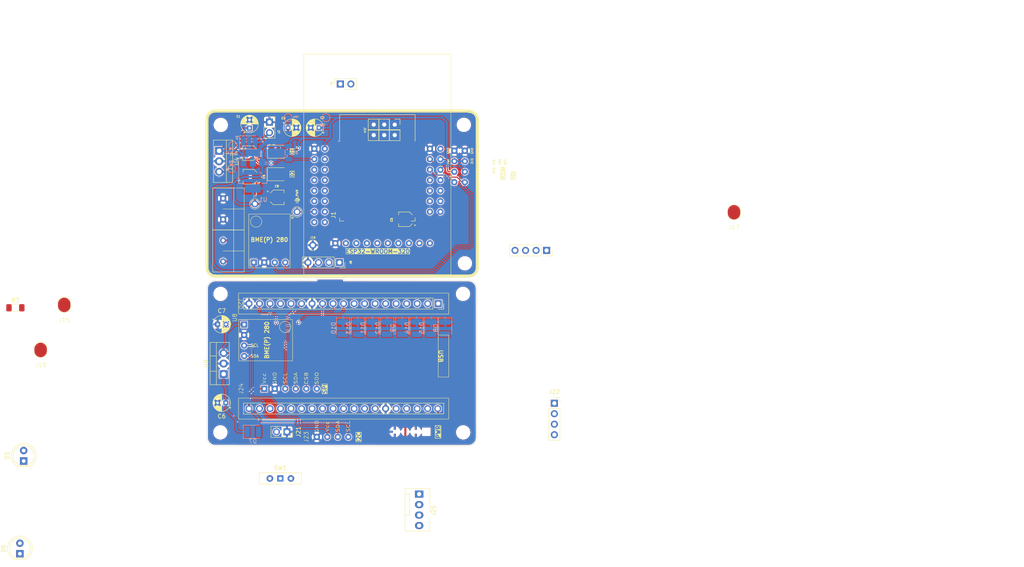
<source format=kicad_pcb>
(kicad_pcb (version 20240108) (generator "pcbnew") (generator_version "8.0")
  (layers (0 "F.Cu" signal) (31 "B.Cu" signal) (34 "B.Paste" user) (35 "F.Paste" user) (36 "B.SilkS" user "B.Silkscreen") (37 "F.SilkS" user "F.Silkscreen") (38 "B.Mask" user) (39 "F.Mask" user) (44 "Edge.Cuts" user))
  (net 0 "")
  (net 1 "GND")
  (net 2 "+3V3")
  (net 3 "+5V")
  (net 4 "/RXD")
  (net 5 "/TXD")
  (net 6 "/SDA")
  (net 7 "/GPIO_33")
  (net 8 "/SCL")
  (net 9 "/OUT3")
  (net 10 "/EN")
  (net 11 "/SOURCE2")
  (net 12 "/SOURCE1")
  (net 13 "/SOURCE3")
  (net 14 "/VDC")
  (net 15 "/DAC1")
  (net 16 "/DAC2")
  (net 17 "/GPIO39")
  (net 18 "/GPIO19")
  (net 19 "/GPIO17")
  (net 20 "/GPIO5")
  (net 21 "/GPIO18")
  (net 22 "/SD_DATA0")
  (net 23 "/ADC2_CH3")
  (net 24 "/SD_DATA3")
  (net 25 "/SD_CMD")
  (net 26 "/SD_CLK")
  (net 27 "/SD_DATA2")
  (net 28 "/SD_DATA1")
  (net 29 "/ADC2_CH0")
  (net 30 "/GPIO23")
  (net 31 "/GPIO36")
  (net 32 "/ADC2_CH2")
  (net 33 "/BOOT")
  (net 34 "/GPIO13")
  (net 35 "/SOURCE4")
  (net 36 "/SOURCE5")
  (net 37 "/SIPO_DATA")
  (net 38 "/SIPO_CLK")
  (net 39 "/SIPO_LATCH")
  (net 40 "/GPIO14")
  (net 41 "/OUT1")
  (net 42 "/VIN")
  (net 43 "Net-(D5-Pad1)")
  (net 44 "Net-(J15-Pin_1)")
  (net 45 "Net-(J19-Pin_1)")
  (net 46 "/OUT2")
  (net 58 "/ESP32-WROOM-32U Node/VIN")
  (net 63 "/ESP32-WROOM-32U Node/VDC")
  (net 74 "/ESP32-WROOM-32U Node/SPI-SDO")
  (net 75 "/ESP32-WROOM-32U Node/TX")
  (net 76 "/QB-2")
  (net 77 "/QC-2")
  (net 78 "/QE-2")
  (net 79 "/QA-2")
  (net 80 "/QD-2")
  (net 81 "/QG-2")
  (net 82 "/QH-2")
  (net 83 "/QF-2")
  (net 84 "/ESP32-WROOM-32U Node/SDA-2")
  (net 85 "/ESP32-WROOM-32U Node/SPI-CSB")
  (net 86 "/ESP32-WROOM-32U Node/SPI-SCL")
  (net 87 "/ESP32-WROOM-32U Node/3V3")
  (net 88 "/ESP32-WROOM-32U Node/SCL-2")
  (net 89 "/ESP32-WROOM-32U Node/RX")
  (net 90 "Net-(J21-Pin_2)")
  (net 92 "/ESP32-WROOM-32U Node/SPI-SDA")
  (net 94 "/ESP32-WROOM-32U Node/12V")
  (footprint "Capacitor_THT:CP_Radial_D4.0mm_P2.00mm" (layer "F.Cu") (at 107 44.2 180)
    (property "Reference" "C2")
    (property "Value" "1uF")
  )
  (footprint "LED_SMD:LED_1210_3225Metric_Pad1.42x2.65mm_HandSolder" (layer "F.Cu") (at 97 55.45)
    (property "Reference" "D2")
    (property "Value" "STATUS")
  )
  (footprint "Capacitor_SMD:CP_Elec_3x5.3" (layer "F.Cu") (at 90.3 50.35 180)
    (property "Reference" "C4")
    (property "Value" "0.1uF")
  )
  (footprint "Resistor_SMD:R_1206_3216Metric_Pad1.30x1.75mm_HandSolder" (layer "F.Cu") (at 33.612 87.7585)
    (property "Reference" "R7")
    (property "Value" "4K7")
  )
  (footprint "LED_THT:LED_D5.0mm" (layer "F.Cu") (at 34.7 147.25 90)
    (property "Reference" "D6")
    (property "Value" "LED_STATUS")
  )
  (footprint "Button_Switch_THT:SW_Slide-03_Wuerth-WS-SLTV_10x2.5x6.4_P2.54mm" (layer "F.Cu") (at 97.66 129.05)
    (property "Reference" "SW1")
    (property "Value" "SW_SPDT")
  )
  (footprint "Connector_PinSocket_2.54mm:PinSocket_1x04_P2.54mm_Vertical" (layer "F.Cu") (at 163.88 110.85)
    (property "Reference" "J22")
    (property "Value" "PWR_SATA_Conn_01x04")
  )
  (footprint "Alexander Footprint Library:Pad_1x01_P2.54_SMD" (layer "F.Cu") (at 39.712 102.098)
    (property "Reference" "J19")
    (property "Value" "LED_PWR")
  )
  (footprint "Alexanddr Footprints Library:ESP32-WROOM-Adapter-Socket-2" (layer "F.Cu") (at 121.1 56.9025)
    (property "Reference" "J1")
    (property "Value" "~")
  )
  (footprint "Alexander Footprint Library:Pad_1x01_P2.54_SMD" (layer "F.Cu") (at 45.412 91.198)
    (property "Reference" "J15")
    (property "Value" "LED_PWR")
  )
  (footprint "MountingHole:MountingHole_3mm" (layer "F.Cu") (at 142 43.5)
    (property "Reference" "H1" (hide yes))
    (property "Value" "MountingHole_Pad")
  )
  (footprint "Connector_PinSocket_2.54mm:PinSocket_1x02_P2.54mm_Vertical" (layer "F.Cu") (at 99.25 117.775 -90)
    (property "Reference" "J21")
    (property "Value" "PWR")
  )
  (footprint "MountingHole:MountingHole_3mm" (layer "F.Cu") (at 83.25 43.53)
    (property "Reference" "H2" (hide yes))
    (property "Value" "MountingHole_Pad")
  )
  (footprint "Alexander Footprints Library:Conn_Terminal_5mm" (layer "F.Cu") (at 83.82 53.69)
    (property "Reference" "J9" (hide yes))
    (property "Value" "Conn_01x02_Socket")
  )
  (footprint "Alexander Footprint Library:Pad_1x01_P2.54_SMD" (layer "F.Cu") (at 207.3 68.7895)
    (property "Reference" "J17")
    (property "Value" "GND")
  )
  (footprint "MountingHole:MountingHole_3mm" (layer "F.Cu") (at 141.85 117.9)
    (property "Reference" "H4" (hide yes))
    (property "Value" "MountingHole_Pad")
  )
  (footprint "Capacitor_THT:CP_Radial_D4.0mm_P2.00mm" (layer "F.Cu") (at 82.5 91.75)
    (property "Reference" "C7")
    (property "Value" "1uF")
  )
  (footprint "Connector:FanPinHeader_1x04_P2.54mm_Vertical" (layer "F.Cu") (at 131.2 132.83 -90)
    (property "Reference" "J25")
    (property "Value" "Conn_01x04_Pin")
  )
  (footprint "Capacitor_SMD:CP_Elec_3x5.3" (layer "F.Cu") (at 90.4 56.05 180)
    (property "Reference" "C9")
    (property "Value" "0.1uF")
  )
  (footprint "Alexander Footprint Library:PinSocket_1x01_P2.54" (layer "F.Cu") (at 91.5 65.19)
    (property "Reference" "J7")
    (property "Value" "LED_PWR")
  )
  (footprint "Alexander Footprint Library:Conn_SPI" (layer "F.Cu") (at 88.68 107.35 90)
    (property "Reference" "J24")
    (property "Value" "~")
  )
  (footprint "Connector_PinSocket_2.54mm:PinSocket_1x02_P2.54mm_Vertical" (layer "F.Cu") (at 95.025 42.85)
    (property "Reference" "J2")
    (property "Value" "PWR")
  )
  (footprint "Connector_PinSocket_2.54mm:PinSocket_1x04_P2.54mm_Vertical" (layer "F.Cu") (at 111.94 76.8 -90)
    (property "Reference" "J6")
    (property "Value" "SOURCE")
  )
  (footprint "MountingHole:MountingHole_3mm" (layer "F.Cu") (at 83.15 117.9)
    (property "Reference" "H4" (hide yes))
    (property "Value" "MountingHole_Pad")
  )
  (footprint "Connector_PinSocket_2.54mm:PinSocket_1x04_P2.54mm_Vertical" (layer "F.Cu") (at 162 73.875 -90)
    (property "Reference" "J10" (hide yes))
    (property "Value" "ADC")
  )
  (footprint "Capacitor_SMD:CP_Elec_3x5.3" (layer "F.Cu") (at 128 66.35 180)
    (property "Reference" "C5")
    (property "Value" "0.1uF")
  )
  (footprint "MountingHole:MountingHole_3mm" (layer "F.Cu") (at 141.8 84.4)
    (property "Reference" "H4" (hide yes))
    (property "Value" "MountingHole_Pad")
  )
  (footprint "Capacitor_THT:CP_Radial_D4.0mm_P2.00mm" (layer "F.Cu") (at 99.5 44.2)
    (property "Reference" "C3")
    (property "Value" "1uF")
  )
  (footprint "Alexander Footprint Library:Conn_ESP32_WROOM-DevKit-38pins" (layer "F.Cu") (at 87.54 86.75 -90)
    (property "Reference" "J20")
    (property "Value" "~")
  )
  (footprint "Capacitor_SMD:CP_Elec_3x5.3" (layer "F.Cu") (at 96.8 61.05)
    (property "Reference" "C8")
    (property "Value" "10uF")
  )
  (footprint "Alexander Footprint Library:LD1117" (layer "F.Cu") (at 83.945 103.79 90)
    (property "Reference" "U9")
    (property "Value" "L7805")
  )
  (footprint "Alexander Footprint Library:PinSocket_1x01_P2.54" (layer "F.Cu") (at 101.7 67.12)
    (property "Reference" "J18")
    (property "Value" "LED_PWR")
  )
  (footprint "Alexander Footprint Library:Conn_I2C" (layer "F.Cu") (at 98.84 119 90)
    (property "Reference" "J23")
    (property "Value" "I2C")
  )
  (footprint "Capacitor_THT:CP_Radial_D4.0mm_P2.00mm" (layer "F.Cu") (at 84.4726 110.75 180)
    (property "Reference" "C6")
    (property "Value" "1uF")
  )
  (footprint "MountingHole:MountingHole_3mm" (layer "F.Cu") (at 83.2 84.4)
    (property "Reference" "H4" (hide yes))
    (property "Value" "MountingHole_Pad")
  )
  (footprint "Connector_PinSocket_2.54mm:PinSocket_1x02_P2.54mm_Vertical" (layer "F.Cu") (at 112.15 33.625 90)
    (property "Reference" "J5")
    (property "Value" "DAC")
  )
  (footprint "Alexander Footprint Library:CONN_2x3" (layer "F.Cu") (at 130.38 43.45 -90)
    (property "Reference" "J14")
    (property "Value" "GPIO")
  )
  (footprint "Alexander Footprints Library:Conn_UART" (layer "F.Cu") (at 139.7 42.15)
    (property "Reference" "J3" (hide yes))
    (property "Value" "UART")
  )
  (footprint "Alexander Footprint Library:PinSocket_1x01_P2.54" (layer "F.Cu") (at 105.5 75.19)
    (property "Reference" "J16")
    (property "Value" "GND")
  )
  (footprint "Capacitor_THT:CP_Radial_D4.0mm_P2.00mm" (layer "F.Cu") (at 90.2 44.3 90)
    (property "Reference" "C1")
    (property "Value" "1uF")
  )
  (footprint "Alexander Footprint Library:BME280_BMP280_I2C" (layer "F.Cu") (at 90 78.1 90)
    (property "Reference" "U7")
    (property "Value" "BME(P)280")
  )
  (footprint "Alexander Footprint Library:LD1117" (layer "F.Cu") (at 82.855 49.77 -90)
    (property "Reference" "U4")
    (property "Value" "L7805")
  )
  (footprint "Alexander Footprints Library:Conn_I2C" (layer "F.Cu") (at 142.24 42.15)
    (property "Reference" "J4" (hide yes))
    (property "Value" "I2C")
  )
  (footprint "LED_THT:LED_D5.0mm" (layer "F.Cu") (at 35.612 124.8335 90)
    (property "Reference" "D5")
    (property "Value" "LED_PWR")
  )
  (footprint "Alexander Footprint Library:BME280_BMP280_I2C" (layer "F.Cu") (at 87.6 90.59)
    (property "Reference" "U8")
    (property "Value" "BME(P)280")
  )
  (footprint "LED_SMD:LED_1210_3225Metric_Pad1.42x2.65mm_HandSolder" (layer "F.Cu") (at 97 50)
    (property "Reference" "D1")
    (property "Value" "PWR")
  )
  (footprint "MountingHole:MountingHole_3mm" (layer "F.Cu") (at 142.25 77)
    (property "Reference" "H4" (hide yes))
    (property "Value" "MountingHole_Pad")
  )
  (footprint "Alexander Footprints Library:Conn_Terminal_5mm" (layer "F.Cu") (at 83.82 63.85)
    (property "Reference" "J8" (hide yes))
    (property "Value" "Conn_01x02_Socket")
  )
  (footprint "TestPoint:TestPoint_Pad_D1.5mm" (layer "B.Cu") (at 99.5 41.75 180)
    (property "Reference" "TP4")
    (property "Value" "5V")
  )
  (footprint "LED_SMD:LED_1210_3225Metric_Pad1.42x2.65mm_HandSolder" (layer "B.Cu") (at 127.1 92.65 -90)
    (property "Reference" "D9")
    (property "Value" "PWR")
  )
  (footprint "TestPoint:TestPoint_Pad_D1.5mm" (layer "B.Cu") (at 108.7 41.75 180)
    (property "Reference" "TP3")
    (property "Value" "3V3")
  )
  (footprint "LED_SMD:LED_1210_3225Metric_Pad1.42x2.65mm_HandSolder" (layer "B.Cu") (at 119.9 92.65 -90)
    (property "Reference" "D11")
    (property "Value" "PWR")
  )
  (footprint "Diode_SMD:D_1210_3225Metric" (layer "B.Cu") (at 91 117.75)
    (property "Reference" "D7")
    (property "Value" "D")
  )
  (footprint "LED_SMD:LED_1210_3225Metric_Pad1.42x2.65mm_HandSolder" (layer "B.Cu") (at 134.1 92.65 -90)
    (property "Reference" "D15")
    (property "Value" "PWR")
  )
  (footprint "Resistor_SMD:R_1206_3216Metric_Pad1.30x1.75mm_HandSolder" (layer "B.Cu") (at 99.7 50.25 -90)
    (property "Reference" "R1")
    (property "Value" "10K")
  )
  (footprint "Diode_SMD:D_1210_3225Metric" (layer "B.Cu") (at 90.1 47.75)
    (property "Reference" "D4")
    (property "Value" "D")
  )
  (footprint "LED_SMD:LED_1210_3225Metric_Pad1.42x2.65mm_HandSolder" (layer "B.Cu") (at 130.6 92.65 -90)
    (property "Reference" "D14")
    (property "Value" "PWR")
  )
  (footprint "TestPoint:TestPoint_Pad_D1.5mm" (layer "B.Cu") (at 86.2 48.45 180)
    (property "Reference" "TP1")
    (property "Value" "VIN")
  )
  (footprint "LED_SMD:LED_1210_3225Metric_Pad1.42x2.65mm_HandSolder" (layer "B.Cu") (at 123.5 92.65 -90)
    (property "Reference" "D12")
    (property "Value" "PWR")
  )
  (footprint "TestPoint:TestPoint_Pad_D1.5mm" (layer "B.Cu") (at 85.9 54.15 180)
    (property "Reference" "TP2")
    (property "Value" "GND")
  )
  (footprint "LED_SMD:LED_1210_3225Metric_Pad1.42x2.65mm_HandSolder" (layer "B.Cu") (at 116.4 92.65 -90)
    (property "Reference" "D13")
    (property "Value" "PWR")
  )
  (footprint "LED_SMD:LED_1210_3225Metric_Pad1.42x2.65mm_HandSolder" (layer "B.Cu") (at 112.8 92.65 -90)
    (property "Reference" "D10")
    (property "Value" "PWR")
  )
  (footprint "Package_TO_SOT_SMD:SOT-223-3_TabPin2" (layer "B.Cu") (at 91 55.75 -90)
    (property "Reference" "U1")
    (property "Value" "AMS1117-3V3")
  )
  (footprint "LED_SMD:LED_1210_3225Metric_Pad1.42x2.65mm_HandSolder" (layer "B.Cu") (at 137.5 92.65 -90)
    (property "Reference" "D8")
    (property "Value" "PWR")
  )
  (gr_line (start 145.25 42.11421) (end 145.25 78.085782) (stroke (width 0.75)) (layer "F.SilkS"))
  (gr_line (start 81.914218 40.164218) (end 143.08579 40.164218) (stroke (width 0.75)) (layer "F.SilkS"))
  (gr_arc (start 145.25 78.085782) (mid 144.66422 79.500007) (end 143.25 80.085782) (stroke (width 0.75)) (layer "F.SilkS"))
  (gr_line (start 79.914218 42.11421) (end 79.914218 78.085782) (stroke (width 0.75)) (layer "F.SilkS"))
  (gr_arc (start 81.914218 80.085782) (mid 80.499999 79.500001) (end 79.914218 78.085782) (stroke (width 0.75)) (layer "F.SilkS"))
  (gr_arc (start 143.25 40.25) (mid 144.664214 40.835786) (end 145.25 42.25) (stroke (width 0.75)) (layer "F.SilkS"))
  (gr_arc (start 79.914218 42.164218) (mid 80.499999 40.749999) (end 81.914218 40.164218) (stroke (width 0.75)) (layer "F.SilkS"))
  (gr_line (start 81.914214 80.085782) (end 143.085786 80.085782) (stroke (width 0.75)) (layer "F.SilkS"))
  (gr_line (start 82.014214 80.235786) (end 106.4 80.25) (stroke (width 0.1)) (layer "Edge.Cuts"))
  (gr_line (start 80 42.25) (end 80.014214 78.235786) (stroke (width 0.1)) (layer "Edge.Cuts"))
  (gr_arc (start 79.921321 83.157107) (mid 80.507106 81.742896) (end 81.921321 81.157107) (stroke (width 0.1)) (layer "Edge.Cuts"))
  (gr_line (start 81.921321 121.128679) (end 143.107107 121.142893) (stroke (width 0.1)) (layer "Edge.Cuts"))
  (gr_arc (start 81.921321 121.128679) (mid 80.507101 120.542899) (end 79.921321 119.128679) (stroke (width 0.1)) (layer "Edge.Cuts"))
  (gr_line (start 143.092893 81.157107) (end 113 81.15) (stroke (width 0.1)) (layer "Edge.Cuts"))
  (gr_arc (start 145.107107 119.142893) (mid 144.521321 120.557107) (end 143.107107 121.142893) (stroke (width 0.1)) (layer "Edge.Cuts"))
  (gr_line (start 106.4 81.15) (end 81.921321 81.157107) (stroke (width 0.1)) (layer "Edge.Cuts"))
  (gr_arc (start 143.185786 40.264214) (mid 144.600004 40.849996) (end 145.185786 42.264214) (stroke (width 0.1)) (layer "Edge.Cuts"))
  (gr_line (start 113 80.25) (end 143.185786 80.235786) (stroke (width 0.1)) (layer "Edge.Cuts"))
  (gr_arc (start 82.014214 80.235786) (mid 80.599996 79.650004) (end 80.014214 78.235786) (stroke (width 0.1)) (layer "Edge.Cuts"))
  (gr_line (start 145.185786 42.264214) (end 145.185786 78.235786) (stroke (width 0.1)) (layer "Edge.Cuts"))
  (gr_arc (start 80 42.25) (mid 80.585786 40.835786) (end 82 40.25) (stroke (width 0.1)) (layer "Edge.Cuts"))
  (gr_line (start 145.107107 119.142893) (end 145.092893 83.157107) (stroke (width 0.1)) (layer "Edge.Cuts"))
  (gr_line (start 79.921321 119.128679) (end 79.921321 83.157107) (stroke (width 0.1)) (layer "Edge.Cuts"))
  (gr_line (start 106.4 81.15) (end 106.4 80.25) (stroke (width 0.1)) (layer "Edge.Cuts"))
  (gr_arc (start 145.185786 78.235786) (mid 144.600004 79.650004) (end 143.185786 80.235786) (stroke (width 0.1)) (layer "Edge.Cuts"))
  (gr_arc (start 143.092893 81.157107) (mid 144.507112 81.742888) (end 145.092893 83.157107) (stroke (width 0.1)) (layer "Edge.Cuts"))
  (gr_line (start 113 81.15) (end 113 80.25) (stroke (width 0.1)) (layer "Edge.Cuts"))
  (gr_line (start 143.185786 40.264214) (end 82 40.25) (stroke (width 0.1)) (layer "Edge.Cuts"))
  (gr_text "SCL" (at 90.4 96.85 0) (layer "F.SilkS") (effects (font (size 0.7 0.7) (thickness 0.125) (bold yes)) (justify left)))
  (gr_text "SDA" (at 90.4 99.45 0) (layer "F.SilkS") (effects (font (size 0.7 0.7) (thickness 0.125) (bold yes)) (justify left)))
  (gr_text "PWR" (at 136.4 119.55 90) (layer "F.SilkS" knockout) (effects (font (size 1 1) (thickness 0.25) (bold yes)) (justify left bottom)))
  (segment (start 84.21 66) (end 83.82 66.39) (width 0.5) (layer "F.Cu") (net 1))
  (segment (start 95.5 54.8625) (end 95.5125 54.85) (width 0.25) (layer "F.Cu") (net 1))
  (segment (start 95.5 55.4625) (end 95.5125 55.45) (width 0.25) (layer "F.Cu") (net 1))
  (segment (start 91.5 59.65) (end 91.9 59.25) (width 0.5) (layer "F.Cu") (net 2))
  (segment (start 101.15 50) (end 102 49.15) (width 0.5) (layer "F.Cu") (net 2))
  (segment (start 90.08 108.57) (end 90.08 112.15) (width 0.5) (layer "F.Cu") (net 2))
  (segment (start 94.63 62.62) (end 91.5 62.62) (width 0.5) (layer "F.Cu") (net 2))
  (segment (start 91.3 107.35) (end 90.08 108.57) (width 0.5) (layer "F.Cu") (net 2))
  (segment (start 91.9 59.25) (end 91.9 56.05) (width 0.5) (layer "F.Cu") (net 2))
  (segment (start 98.4875 50) (end 101.15 50) (width 0.5) (layer "F.Cu") (net 2))
  (segment (start 93.76 107.35) (end 91.3 107.35) (width 0.5) (layer "F.Cu") (net 2))
  (segment (start 95.3 61.05) (end 95.3 61.95) (width 0.5) (layer "F.Cu") (net 2))
  (segment (start 95.3 61.95) (end 94.63 62.62) (width 0.5) (layer "F.Cu") (net 2))
  (segment (start 91.5 62.62) (end 91.5 59.65) (width 0.5) (layer "F.Cu") (net 2))
  (via (at 102 49.15) (size 0.8) (drill 0.4) (layers "F.Cu" "B.Cu") (net 2))
  (segment (start 96.075 48.7) (end 97.525 48.7) (width 0.5) (layer "B.Cu") (net 2))
  (segment (start 108.4 49.2825) (end 108.4 47.85) (width 0.5) (layer "B.Cu") (net 2))
  (segment (start 109.408578 44.2) (end 107 44.2) (width 0.5) (layer "B.Cu") (net 2))
  (segment (start 109.5 46.75) (end 109.75 46.5) (width 0.5) (layer "B.Cu") (net 2))
  (segment (start 93.21 115.25) (end 101 115.25) (width 0.5) (layer "B.Cu") (net 2))
  (segment (start 81.3 75.997918) (end 81.3 59.75104) (width 0.5) (layer "B.Cu") (net 2))
  (segment (start 93.3 54.905025) (end 93.3 52.6) (width 0.5) (layer "B.Cu") (net 2))
  (segment (start 100 48.7) (end 100 48.03033) (width 0.5) (layer "B.Cu") (net 2))
  (segment (start 137.9 51.55) (end 138.66 52.31) (width 0.5) (layer "B.Cu") (net 2))
  (segment (start 109 117.5) (end 109 119) (width 0.5) (layer "B.Cu") (net 2))
  (segment (start 84.202081 78.9) (end 89.990883 78.9) (width 0.5) (layer "B.Cu") (net 2))
  (segment (start 109.75 45) (end 109.75 44.141421) (width 0.5) (layer "B.Cu") (net 2))
  (segment (start 103 46.75) (end 101.28033 46.75) (width 0.5) (layer "B.Cu") (net 2))
  (segment (start 109.75 43.858578) (end 109.75 44.141421) (width 0.5) (layer "B.Cu") (net 2))
  (segment (start 138.66 52.31) (end 139.7 52.31) (width 0.5) (layer "B.Cu") (net 2))
  (segment (start 139.7 52.31) (end 142.24 52.31) (width 0.5) (layer "B.Cu") (net 2))
  (segment (start 129.1 41.75) (end 136.8 41.75) (width 0.5) (layer "B.Cu") (net 2))
  (segment (start 112.31066 41.75) (end 129.1 41.75) (width 0.5) (layer "B.Cu") (net 2))
  (segment (start 88.207106 62.75) (end 91.5 62.75) (width 0.5) (layer "B.Cu") (net 2))
  (segment (start 86.5 61.042893) (end 86.5 57.5) (width 0.5) (layer "B.Cu") (net 2))
  (segment (start 103 46.75) (end 109.5 46.75) (width 0.5) (layer "B.Cu") (net 2))
  (segment (start 101 115.25) (end 102.5 116.75) (width 0.5) (layer "B.Cu") (net 2))
  (segment (start 137.9 42.85) (end 137.9 51.55) (width 0.5) (layer "B.Cu") (net 2))
  (segment (start 91.22 77.670883) (end 91.22 76.8) (width 0.5) (layer "B.Cu") (net 2))
  (segment (start 89.455634 56.1) (end 92.105025 56.1) (width 0.5) (layer "B.Cu") (net 2))
  (segment (start 96.075 48.7) (end 95.177817 48.7) (width 0.5) (layer "B.Cu") (net 2))
  (segment (start 90.11 112.15) (end 93.21 115.25) (width 0.5) (layer "B.Cu") (net 2))
  (segment (start 136.8 41.75) (end 137.9 42.85) (width 0.5) (layer "B.Cu") (net 2))
  (segment (start 108.4 47.85) (end 109.75 46.5) (width 0.5) (layer "B.Cu") (net 2))
  (segment (start 108.25 116.75) (end 109 117.5) (width 0.5) (layer "B.Cu") (net 2))
  (segment (start 109.75 46.5) (end 109.75 45) (width 0.5) (layer "B.Cu") (net 2))
  (segment (start 110.015165 42.984834) (end 110.5 42.5) (width 0.5) (layer "B.Cu") (net 2))
  (segment (start 102 47.75) (end 103 46.75) (width 0.5) (layer "B.Cu") (net 2))
  (segment (start 109.75 43.858578) (end 109.75 43.625) (width 0.5) (layer "B.Cu") (net 2))
  (segment (start 93.3 52.6) (end 93.3 50.577817) (width 0.5) (layer "B.Cu") (net 2))
  (segment (start 82.75104 58.3) (end 84.144365 58.3) (width 0.5) (layer "B.Cu") (net 2))
  (segment (start 102 49.15) (end 102 47.75) (width 0.5) (layer "B.Cu") (net 2))
  (segment (start 102.5 116.75) (end 108.25 116.75) (width 0.5) (layer "B.Cu") (net 2))
  (segment (start 129.3 41.75) (end 129.1 41.75) (width 0.5) (layer "B.Cu") (net 2))
  (segment (start 108.7 41.75) (end 112.31066 41.75) (width 0.5) (layer "B.Cu") (net 2))
  (segment (start 100 48.7) (end 97.525 48.7) (width 0.5) (layer "B.Cu") (net 2))
  (arc (start 93.3 54.905025) (mid 93.209037 55.362322) (end 92.95 55.75) (width 0.5) (layer "B.Cu") (net 2))
  (arc (start 86.8 57.2) (mid 85.581584 58.014119) (end 84.144365 58.3) (width 0.5) (layer "B.Cu") (net 2))
  (arc (start 89.455634 56.1) (mid 88.018415 56.38588) (end 86.8 57.2) (width 0.5) (layer "B.Cu") (net 2))
  (arc (start 86.5 61.042893) (mid 86.629945 61.696174) (end 87 62.25) (width 0.5) (layer "B.Cu") (net 2))
  (arc (start 82.75104 58.3) (mid 82.195751 58.410453) (end 81.725 58.725) (width 0.5) (layer "B.Cu") (net 2))
  (arc (start 92.95 55.75) (mid 92.562322 56.009037) (end 92.105025 56.1) (width 0.5) (layer "B.Cu") (net 2))
  (arc (start 109.75 43.625) (mid 109.818914 43.278544) (end 110.015165 42.984834) (width 0.5) (layer "B.Cu") (net 2))
  (arc (start 95.177817 48.7) (mid 94.459207 48.84294) (end 93.85 49.25) (width 0.5) (layer "B.Cu") (net 2))
  (arc (start 82.15 78.05) (mid 83.091502 78.679092) (end 84.202081 78.9) (width 0.5) (layer "B.Cu") (net 2))
  (arc (start 109.75 44.141421) (mid 109.713838 44.087301) (end 109.65 44.1) (width 0.5) (layer "B.Cu") (net 2))
  (arc (start 93.85 49.25) (mid 93.44294 49.859207) (end 93.3 50.577817) (width 0.5) (layer "B.Cu") (net 2))
  (arc (start 90.86 78.54) (mid 90.461245 78.806439) (end 89.990883 78.9) (width 0.5) (layer "B.Cu") (net 2))
  (arc (start 109.65 44.1) (mid 109.539234 44.17401) (end 109.408578 44.2) (width 0.5) (layer "B.Cu") (net 2))
  (arc (start 87 62.25) (mid 87.553825 62.620054) (end 88.207106 62.75) (width 0.5) (layer "B.Cu") (net 2))
  (arc (start 81.725 58.725) (mid 81.410453 59.195751) (end 81.3 59.75104) (width 0.5) (layer "B.Cu") (net 2))
  (arc (start 101.28033 46.75) (mid 100.790368 46.847459) (end 100.375 47.125) (width 0.5) (layer "B.Cu") (net 2))
  (arc (start 91.22 77.670883) (mid 91.126439 78.141245) (end 90.86 78.54) (width 0.5) (layer "B.Cu") (net 2))
  (arc (start 110.5 42.5) (mid 111.330737 41.944918) (end 112.31066 41.75) (width 0.5) (layer "B.Cu") (net 2))
  (arc (start 109.65 44.1) (mid 109.72401 43.989234) (end 109.75 43.858578) (width 0.5) (layer "B.Cu") (net 2))
  (arc (start 100.375 47.125) (mid 100.097459 47.540368) (end 100 48.03033) (width 0.5) (layer "B.Cu") (net 2))
  (arc (start 81.3 75.997918) (mid 81.520907 77.108496) (end 82.15 78.05) (width 0.5) (layer "B.Cu") (net 2))
  (segment (start 99.5 45.693413) (end 99.5 44.2) (width 0.5) (layer "F.Cu") (net 3))
  (segment (start 98.6375 46.9625) (end 99.2125 46.3875) (width 0.5) (layer "F.Cu") (net 3))
  (segment (start 127.86 116.39) (end 129 115.25) (width 0.5) (layer "F.Cu") (net 3))
  (segment (start 86.21 98.71) (end 83.945 98.71) (width 0.5) (layer "F.Cu") (net 3))
  (segment (start 87.75 115.25) (end 86.75 114.25) (width 0.5) (layer "F.Cu") (net 3))
  (segment (start 129 115.25) (end 135.25 115.25) (width 0.5) (layer "F.Cu") (net 3))
  (segment (start 135.81 114.69) (end 135.81 112.15) (width 0.5) (layer "F.Cu") (net 3))
  (segment (start 88.1 47.25) (end 97.943413 47.25) (width 0.5) (layer "F.Cu") (net 3))
  (segment (start 84.9 54.85) (end 85.4 54.35) (width 0.5) (layer "F.Cu") (net 3))
  (segment (start 85.4 54.35) (end 85.4 49.95) (width 0.5) (layer "F.Cu") (net 3))
  (segment (start 127.86 118.65) (end 127.86 116.39) (width 0.5) (layer "F.Cu") (net 3))
  (segment (start 129 115.25) (end 87.75 115.25) (width 0.5) (layer "F.Cu") (net 3))
  (segment (start 86.75 114.25) (end 86.75 99.25) (width 0.5) (layer "F.Cu") (net 3))
  (segment (start 135.25 115.25) (end 135.81 114.69) (width 0.5) (layer "F.Cu") (net 3))
  (segment (start 82.855 54.85) (end 84.9 54.85) (width 0.5) (layer "F.Cu") (net 3))
  (segment (start 85.4 49.95) (end 88.1 47.25) (width 0.5) (layer "F.Cu") (net 3))
  (segment (start 86.75 99.25) (end 86.21 98.71) (width 0.5) (layer "F.Cu") (net 3))
  (arc (start 97.943413 47.25) (mid 98.31905 47.175281) (end 98.6375 46.9625) (width 0.5) (layer "F.Cu") (net 3))
  (arc (start 99.5 45.693413) (mid 99.425281 46.06905) (end 99.2125 46.3875) (width 0.5) (layer "F.Cu") (net 3))
  (segment (start 84.5 96.65) (end 83.945 97.205) (width 0.5) (layer "B.Cu") (net 3))
  (segment (start 83.945 97.205) (end 83.945 98.71) (width 0.5) (layer "B.Cu") (net 3))
  (segment (start 88.9 91.81) (end 86.64 91.81) (width 0.5) (layer "B.Cu") (net 3))
  (segment (start 86.64 91.81) (end 84.5 93.95) (width 0.5) (layer "B.Cu") (net 3))
  (segment (start 84.5 93.95) (end 84.5 96.65) (width 0.5) (layer "B.Cu") (net 3))
  (segment (start 99.5 42.25) (end 99.5 44.2) (width 0.25) (layer "B.Cu") (net 3))
  (segment (start 84.5 91.75) (end 84.5 93.95) (width 0.5) (layer "B.Cu") (net 3))
  (segment (start 139.7 57.35) (end 139.7 57.39) (width 0.25) (layer "F.Cu") (net 4))
  (segment (start 140.3 57.45) (end 139.3 57.45) (width 0.25) (layer "F.Cu") (net 4))
  (segment (start 139.04 57.39) (end 139.7 57.39) (width 0.25) (layer "F.Cu") (net 4))
  (segment (start 137.96 55.65) (end 139.7 57.39) (width 0.25) (layer "B.Cu") (net 4))
  (segment (start 133.8 54.3625) (end 135.0875 55.65) (width 0.25) (layer "B.Cu") (net 4))
  (segment (start 135.0875 55.65) (end 137.96 55.65) (width 0.25) (layer "B.Cu") (net 4))
  (segment (start 138 52.25) (end 137.5725 51.8225) (width 0.25) (layer "F.Cu") (net 5))
  (segment (start 139.7 54.85) (end 138.3 54.85) (width 0.25) (layer "F.Cu") (net 5))
  (segment (start 137.5725 51.8225) (end 136.34 51.8225) (width 0.25) (layer "F.Cu") (net 5))
  (segment (start 138 54.55) (end 138 52.25) (width 0.25) (layer "F.Cu") (net 5))
  (segment (start 138.3 54.85) (end 138 54.55) (width 0.25) (layer "F.Cu") (net 5))
  (segment (start 139.7 54.85) (end 139.5 54.85) (width 0.25) (layer "F.Cu") (net 5))
  (segment (start 142.24 54.85) (end 142.24 55.51) (width 0.25) (layer "F.Cu") (net 6))
  (segment (start 98.84 76.8) (end 98.84 78.09) (width 0.25) (layer "B.Cu") (net 6))
  (segment (start 141 57.95) (end 141 56.09) (width 0.25) (layer "B.Cu") (net 6))
  (segment (start 140.990501 53.600501) (end 142.24 54.85) (width 0.25) (layer "B.Cu") (net 6))
  (segment (start 136.34 54.3625) (end 137.101999 53.600501) (width 0.25) (layer "B.Cu") (net 6))
  (segment (start 143.281802 72.781802) (end 143.55 72.513604) (width 0.25) (layer "B.Cu") (net 6))
  (segment (start 99.4 78.65) (end 130.7 78.65) (width 0.25) (layer "B.Cu") (net 6))
  (segment (start 130.7 78.65) (end 134.55 78.65) (width 0.25) (layer "B.Cu") (net 6))
  (segment (start 143.55 72.513604) (end 143.55 60.5) (width 0.25) (layer "B.Cu") (net 6))
  (segment (start 143.55 60.5) (end 141 57.95) (width 0.25) (layer "B.Cu") (net 6))
  (segment (start 140.418198 72.781802) (end 143.281802 72.781802) (width 0.25) (layer "B.Cu") (net 6))
  (segment (start 98.84 78.09) (end 99.4 78.65) (width 0.25) (layer "B.Cu") (net 6))
  (segment (start 141 56.09) (end 142.24 54.85) (width 0.25) (layer "B.Cu") (net 6))
  (segment (start 137.101999 53.600501) (end 140.990501 53.600501) (width 0.25) (layer "B.Cu") (net 6))
  (segment (start 134.55 78.65) (end 140.418198 72.781802) (width 0.25) (layer "B.Cu") (net 6))
  (segment (start 135.1 55.15) (end 135.6 55.65) (width 0.25) (layer "F.Cu") (net 8))
  (segment (start 133.8 51.8225) (end 135.1 53.1225) (width 0.25) (layer "F.Cu") (net 8))
  (segment (start 141.603604 57.39) (end 142.24 57.39) (width 0.25) (layer "F.Cu") (net 8))
  (segment (start 137.3 55.65) (end 137.8 56.15) (width 0.25) (layer "F.Cu") (net 8))
  (segment (start 135.1 53.1225) (end 135.1 55.15) (width 0.25) (layer "F.Cu") (net 8))
  (segment (start 135.6 55.65) (end 137.3 55.65) (width 0.25) (layer "F.Cu") (net 8))
  (segment (start 140.363604 56.15) (end 141.603604 57.39) (width 0.25) (layer "F.Cu") (net 8))
  (segment (start 137.8 56.15) (end 140.363604 56.15) (width 0.25) (layer "F.Cu") (net 8))
  (segment (start 142.24 58.553604) (end 142.24 57.39) (width 0.25) (layer "B.Cu") (net 8))
  (segment (start 144 72.7) (end 144 60.313604) (width 0.25) (layer "B.Cu") (net 8))
  (segment (start 134.8 79.1) (end 140.6 73.3) (width 0.25) (layer "B.Cu") (net 8))
  (segment (start 140.6 73.3) (end 143.4 73.3) (width 0.25) (layer "B.Cu") (net 8))
  (segment (start 96.3 76.8) (end 96.3 78.45) (width 0.25) (layer "B.Cu") (net 8))
  (segment (start 143.4 73.3) (end 144 72.7) (width 0.25) (layer "B.Cu") (net 8))
  (segment (start 96.3 78.45) (end 96.95 79.1) (width 0.25) (layer "B.Cu") (net 8))
  (segment (start 144 60.313604) (end 142.24 58.553604) (width 0.25) (layer "B.Cu") (net 8))
  (segment (start 96.95 79.1) (end 134.8 79.1) (width 0.25) (layer "B.Cu") (net 8))
  (segment (start 92.3 52.75) (end 91.8 52.25) (width 0.25) (layer "F.Cu") (net 10))
  (segment (start 91.8 52.25) (end 91.8 50.35) (width 0.25) (layer "F.Cu") (net 10))
  (segment (start 95.4 52.75) (end 92.3 52.75) (width 0.25) (layer "F.Cu") (net 10))
  (via (at 95.4 52.75) (size 0.8) (drill 0.4) (layers "F.Cu" "B.Cu") (net 10))
  (segment (start 95.4 52.75) (end 96.7 52.75) (width 0.25) (layer "B.Cu") (net 10))
  (segment (start 101.4 51.8) (end 101.45 51.8) (width 0.25) (layer "B.Cu") (net 10))
  (segment (start 105.86 51.8225) (end 101.4225 51.8225) (width 0.25) (layer "B.Cu") (net 10))
  (segment (start 99.7 51.8) (end 101.4 51.8) (width 0.25) (layer "B.Cu") (net 10))
  (segment (start 97.65 51.8) (end 99.7 51.8) (width 0.25) (layer "B.Cu") (net 10))
  (segment (start 101.4225 51.8225) (end 101.4 51.8) (width 0.25) (layer "B.Cu") (net 10))
  (segment (start 96.7 52.75) (end 97.65 51.8) (width 0.25) (layer "B.Cu") (net 10))
  (segment (start 86.37 71.47) (end 88 73.1) (width 0.5) (layer "F.Cu") (net 11))
  (segment (start 88 73.1) (end 99 73.1) (width 0.5) (layer "F.Cu") (net 11))
  (segment (start 83.82 71.47) (end 86.37 71.47) (width 0.5) (layer "F.Cu") (net 11))
  (segment (start 86.275 76.55) (end 88.075 74.75) (width 0.5) (layer "F.Cu") (net 12))
  (segment (start 83.82 76.55) (end 86.275 76.55) (width 0.5) (layer "F.Cu") (net 12))
  (segment (start 88.075 74.75) (end 99.75 74.75) (width 0.5) (layer "F.Cu") (net 12))
  (segment (start 95.025 45.425) (end 92.7 47.75) (width 0.5) (layer "B.Cu") (net 14))
  (segment (start 92.7 47.75) (end 91.5 47.75) (width 0.5) (layer "B.Cu") (net 14))
  (segment (start 95.025 45.39) (end 95.025 45.425) (width 0.5) (layer "B.Cu") (net 14))
  (segment (start 129.5 66.35) (end 134.5125 66.35) (width 0.25) (layer "F.Cu") (net 33))
  (segment (start 134.5125 66.35) (end 136.34 64.5225) (width 0.25) (layer "F.Cu") (net 33))
  (segment (start 101.7 56.05) (end 101.1 55.45) (width 0.25) (layer "F.Cu") (net 40))
  (segment (start 101.7 64.55) (end 105.8325 64.55) (width 0.25) (layer "F.Cu") (net 40))
  (segment (start 105.8325 64.55) (end 105.86 64.5225) (width 0.25) (layer "F.Cu") (net 40))
  (segment (start 101.1 55.45) (end 98.4875 55.45) (width 0.25) (layer "F.Cu") (net 40))
  (segment (start 101.7 64.55) (end 101.7 56.05) (width 0.25) (layer "F.Cu") (net 40))
  (segment (start 82.98 49.77) (end 82.855 49.77) (width 0.5) (layer "F.Cu") (net 42))
  (segment (start 90.2 44.3) (end 88.45 44.3) (width 0.5) (layer "F.Cu") (net 42))
  (segment (start 88.45 44.3) (end 82.98 49.77) (width 0.5) (layer "F.Cu") (net 42))
  (segment (start 88.7 50.546446) (end 88.7 51.253553) (width 0.5) (layer "B.Cu") (net 42))
  (segment (start 88.7 45.153553) (end 88.7 47.4) (width 0.5) (layer "B.Cu") (net 42))
  (segment (start 86.2 49.11) (end 86.2 48.45) (width 0.25) (layer "B.Cu") (net 42))
  (segment (start 88.45 50.65) (end 88.2 50.4) (width 0.5) (layer "B.Cu") (net 42))
  (segment (start 88.7 50.546446) (end 88.7 47.4) (width 0.5) (layer "B.Cu") (net 42))
  (segment (start 88.45 50.65) (end 88.054368 50.254368) (width 0.5) (layer "B.Cu") (net 42))
  (segment (start 89.553553 44.3) (end 90.2 44.3) (width 0.5) (layer "B.Cu") (net 42))
  (segment (start 88.7 51.253553) (end 88.7 52.6) (width 0.5) (layer "B.Cu") (net 42))
  (segment (start 86.86 49.77) (end 85.54 49.77) (width 0.5) (layer "B.Cu") (net 42))
  (segment (start 86.885 49.77) (end 86.86 49.77) (width 0.5) (layer "B.Cu") (net 42))
  (segment (start 85.54 49.77) (end 82.855 49.77) (width 0.5) (layer "B.Cu") (net 42))
  (arc (start 89.553553 44.3) (mid 89.226912 44.364972) (end 88.95 44.55) (width 0.5) (layer "B.Cu") (net 42))
  (arc (start 86.2 49.11) (mid 86.393309 49.57669) (end 86.86 49.77) (width 0.25) (layer "B.Cu") (net 42))
  (arc (start 88.7 51.253553) (mid 88.635027 50.926912) (end 88.45 50.65) (width 0.5) (layer "B.Cu") (net 42))
  (arc (start 88.45 50.65) (mid 88.45 50.65) (end 88.45 50.65) (width 0.5) (layer "B.Cu") (net 42))
  (arc (start 88.45 50.65) (mid 88.609596 50.681745) (end 88.7 50.546446) (width 0.5) (layer "B.Cu") (net 42))
  (arc (start 88.054368 50.254368) (mid 87.517857 49.895883) (end 86.885 49.77) (width 0.5) (layer "B.Cu") (net 42))
  (arc (start 88.95 44.55) (mid 88.764972 44.826912) (end 88.7 45.153553) (width 0.5) (layer "B.Cu") (net 42))
  (segment (start 84.4726 112.4726) (end 84.4726 109.5) (width 0.5) (layer "B.Cu") (net 58))
  (segment (start 84.4726 107.0826) (end 83.945 106.555) (width 0.5) (layer "B.Cu") (net 58))
  (segment (start 83.945 106.555) (end 83.945 103.79) (width 0.5) (layer "B.Cu") (net 58))
  (segment (start 87.5 117.75) (end 87 117.25) (width 0.5) (layer "B.Cu") (net 58))
  (segment (start 84.4726 109.5) (end 84.4726 107.0826) (width 0.5) (layer "B.Cu") (net 58))
  (segment (start 89.6 117.75) (end 87.5 117.75) (width 0.5) (layer "B.Cu") (net 58))
  (segment (start 87 117.25) (end 87 115) (width 0.5) (layer "B.Cu") (net 58))
  (segment (start 87 115) (end 84.4726 112.4726) (width 0.5) (layer "B.Cu") (net 58))
  (segment (start 92.425 117.775) (end 92.4 117.75) (width 0.5) (layer "B.Cu") (net 63))
  (segment (start 97.6 94.85) (end 97.6 93.85) (width 0.25) (layer "F.Cu") (net 74))
  (segment (start 107.86 92.79) (end 107.86 86.75) (width 0.25) (layer "F.Cu") (net 74))
  (segment (start 106.46 103.71) (end 97.6 94.85) (width 0.25) (layer "F.Cu") (net 74))
  (segment (start 106.46 107.35) (end 106.46 103.71) (width 0.25) (layer "F.Cu") (net 74))
  (segment (start 107.3 93.35) (end 107.86 92.79) (width 0.25) (layer "F.Cu") (net 74))
  (segment (start 97.6 93.85) (end 98.1 93.35) (width 0.25) (layer "F.Cu") (net 74))
  (segment (start 98.1 93.35) (end 107.3 93.35) (width 0.25) (layer "F.Cu") (net 74))
  (segment (start 90.6 97.486396) (end 90.6 98.85) (width 0.25) (layer "F.Cu") (net 84))
  (segment (start 90.02 99.43) (end 88.9 99.43) (width 0.25) (layer "F.Cu") (net 84))
  (segment (start 102.81 86.75) (end 99.41 90.15) (width 0.25) (layer "F.Cu") (net 84))
  (segment (start 91.35 91.4) (end 91.35 96.736396) (width 0.25) (layer "F.Cu") (net 84))
  (segment (start 99.41 90.15) (end 92.6 90.15) (width 0.25) (layer "F.Cu") (net 84))
  (segment (start 91.35 96.736396) (end 90.6 97.486396) (width 0.25) (layer "F.Cu") (net 84))
  (segment (start 90.6 98.85) (end 90.02 99.43) (width 0.25) (layer "F.Cu") (net 84))
  (segment (start 92.6 90.15) (end 91.35 91.4) (width 0.25) (layer "F.Cu") (net 84))
  (segment (start 111.54 116.99) (end 111.54 119) (width 0.25) (layer "B.Cu") (net 84))
  (segment (start 93.9 110.75) (end 93.9 113.65) (width 0.25) (layer "B.Cu") (net 84))
  (segment (start 93.9 113.65) (end 94.925 114.675) (width 0.25) (layer "B.Cu") (net 84))
  (segment (start 89.98 99.43) (end 90.42 99.87) (width 0.25) (layer "B.Cu") (net 84))
  (segment (start 102.75 116.175) (end 110.725 116.175) (width 0.25) (layer "B.Cu") (net 84))
  (segment (start 94.925 114.675) (end 101.25 114.675) (width 0.25) (layer "B.Cu") (net 84))
  (segment (start 110.725 116.175) (end 111.54 116.99) (width 0.25) (layer "B.Cu") (net 84))
  (segment (start 90.42 109.37) (end 91.1 110.05) (width 0.25) (layer "B.Cu") (net 84))
  (segment (start 101.25 114.675) (end 102.75 116.175) (width 0.25) (layer "B.Cu") (net 84))
  (segment (start 93.2 110.05) (end 93.9 110.75) (width 0.25) (layer "B.Cu") (net 84))
  (segment (start 91.1 110.05) (end 93.2 110.05) (width 0.25) (layer "B.Cu") (net 84))
  (segment (start 88.9 99.43) (end 89.98 99.43) (width 0.25) (layer "B.Cu") (net 84))
  (segment (start 90.42 99.87) (end 90.42 109.37) (width 0.25) (layer "B.Cu") (net 84))
  (segment (start 102.1 91.25) (end 101.3 92.05) (width 0.25) (layer "F.Cu") (net 85))
  (segment (start 101.3 92.05) (end 97.8 92.05) (width 0.25) (layer "F.Cu") (net 85))
  (segment (start 97.15 95.036396) (end 103.92 101.806396) (width 0.25) (layer "F.Cu") (net 85))
  (segment (start 97.8 92.05) (end 97.15 92.7) (width 0.25) (layer "F.Cu") (net 85))
  (segment (start 97.15 92.7) (end 97.15 95.036396) (width 0.25) (layer "F.Cu") (net 85))
  (segment (start 103.92 101.806396) (end 103.92 107.35) (width 0.25) (layer "F.Cu") (net 85))
  (via (at 102.1 91.25) (size 0.8) (drill 0.4) (layers "F.Cu" "B.Cu") (net 85))
  (segment (start 104 89.35) (end 112.2 89.35) (width 0.25) (layer "B.Cu") (net 85))
  (segment (start 102.1 91.25) (end 104 89.35) (width 0.25) (layer "B.Cu") (net 85))
  (segment (start 112.2 89.35) (end 112.94 88.61) (width 0.25) (layer "B.Cu") (net 85))
  (segment (start 112.94 88.61) (end 112.94 86.75) (width 0.25) (layer "B.Cu") (net 85))
  (segment (start 98.84 96.11) (end 98.84 107.35) (width 0.25) (layer "B.Cu") (net 86))
  (segment (start 109.8 88.85) (end 100.2 88.85) (width 0.25) (layer "B.Cu") (net 86))
  (segment (start 110.4 86.75) (end 110.4 88.25) (width 0.25) (layer "B.Cu") (net 86))
  (segment (start 100.2 88.85) (end 99.5 89.55) (width 0.25) (layer "B.Cu") (net 86))
  (segment (start 99.5 89.55) (end 99.5 95.45) (width 0.25) (layer "B.Cu") (net 86))
  (segment (start 110.4 88.25) (end 109.8 88.85) (width 0.25) (layer "B.Cu") (net 86))
  (segment (start 99.5 95.45) (end 98.84 96.11) (width 0.25) (layer "B.Cu") (net 86))
  (segment (start 90.56 96.89) (end 88.9 96.89) (width 0.25) (layer "F.Cu") (net 88))
  (segment (start 92.413604 89.7) (end 90.9 91.213604) (width 0.25) (layer "F.Cu") (net 88))
  (segment (start 95.16 86.75) (end 95.16 89.19) (width 0.25) (layer "F.Cu") (net 88))
  (segment (start 90.9 91.213604) (end 90.9 96.55) (width 0.25) (layer "F.Cu") (net 88))
  (segment (start 95.19 86.75) (end 95.16 86.75) (width 0.25) (layer "F.Cu") (net 88))
  (segment (start 90.9 96.55) (end 90.56 96.89) (width 0.25) (layer "F.Cu") (net 88))
  (segment (start 94.65 89.7) (end 92.413604 89.7) (width 0.25) (layer "F.Cu") (net 88))
  (segment (start 95.16 89.19) (end 94.65 89.7) (width 0.25) (layer "F.Cu") (net 88))
  (segment (start 96.5 110.65) (end 96.5 113.425) (width 0.25) (layer "B.Cu") (net 88))
  (segment (start 96.5 113.425) (end 97.3 114.225) (width 0.25) (layer "B.Cu") (net 88))
  (segment (start 90.54 96.89) (end 90.9 97.25) (width 0.25) (layer "B.Cu") (net 88))
  (segment (start 102.975 115.725) (end 113.175 115.725) (width 0.25) (layer "B.Cu") (net 88))
  (segment (start 88.9 96.89) (end 90.54 96.89) (width 0.25) (layer "B.Cu") (net 88))
  (segment (start 95.4 109.55) (end 96.5 110.65) (width 0.25) (layer "B.Cu") (net 88))
  (segment (start 91.3 109.55) (end 95.4 109.55) (width 0.25) (layer "B.Cu") (net 88))
  (segment (start 97.3 114.225) (end 101.475 114.225) (width 0.25) (layer "B.Cu") (net 88))
  (segment (start 90.9 97.25) (end 90.9 109.15) (width 0.25) (layer "B.Cu") (net 88))
  (segment (start 101.475 114.225) (end 102.975 115.725) (width 0.25) (layer "B.Cu") (net 88))
  (segment (start 114.08 116.63) (end 114.08 119) (width 0.25) (layer "B.Cu") (net 88))
  (segment (start 113.175 115.725) (end 114.08 116.63) (width 0.25) (layer "B.Cu") (net 88))
  (segment (start 90.9 109.15) (end 91.3 109.55) (width 0.25) (layer "B.Cu") (net 88))
  (segment (start 96.7 91.35) (end 96.7 95.222792) (width 0.25) (layer "F.Cu") (net 92))
  (segment (start 96.7 95.222792) (end 101.38 99.902792) (width 0.25) (layer "F.Cu") (net 92))
  (segment (start 101.38 99.902792) (end 101.38 107.35) (width 0.25) (layer "F.Cu") (net 92))
  (via (at 96.7 91.35) (size 0.8) (drill 0.4) (layers "F.Cu" "B.Cu") (net 92))
  (segment (start 96.7 91.35) (end 96.7 89.65) (width 0.25) (layer "B.Cu") (net 92))
  (segment (start 93.1 89.15) (end 92.62 88.67) (width 0.25) (layer "B.Cu") (net 92))
  (segment (start 96.2 89.15) (end 93.1 89.15) (width 0.25) (layer "B.Cu") (net 92))
  (segment (start 92.62 88.67) (end 92.62 86.75) (width 0.25) (layer "B.Cu") (net 92))
  (segment (start 96.7 89.65) (end 96.2 89.15) (width 0.25) (layer "B.Cu") (net 92))
  (zone (net 1) (net_name "GND") (layer "F.Cu") (priority 1) (connect_pads (clearance 0)) (min_thickness 0.25) (fill yes (thermal_gap 0.5) (thermal_bridge_width 0.5))
    (polygon (pts (xy 80 40.25) (xy 80.3 80.35) (xy 145.55 80.35) (xy 145.25 40.25)))
  )
  (zone (net 1) (net_name "GND") (layer "F.Cu") (priority 2) (connect_pads (clearance 0)) (min_thickness 0.25) (fill yes (thermal_gap 0.5) (thermal_bridge_width 0.5))
    (polygon (pts (xy 79.8 121.45) (xy 145.7 121.45) (xy 145.2 80.95) (xy 79.5 80.95)))
  )
  (zone (net 1) (net_name "GND") (layer "B.Cu") (connect_pads (clearance 0)) (min_thickness 0.25) (fill yes (thermal_gap 0.5) (thermal_bridge_width 0.5))
    (polygon (pts (xy 80 40.25) (xy 145.2 40.25) (xy 145.4 80.45) (xy 80.2 80.45)))
  )
  (zone (net 1) (net_name "GND") (layer "B.Cu") (priority 3) (connect_pads (clearance 0)) (min_thickness 0.25) (fill yes (thermal_gap 0.5) (thermal_bridge_width 0.5))
    (polygon (pts (xy 145.6 121.45) (xy 145.2 80.95) (xy 79.5 80.95) (xy 79.7 121.45)))
  )
)
</source>
